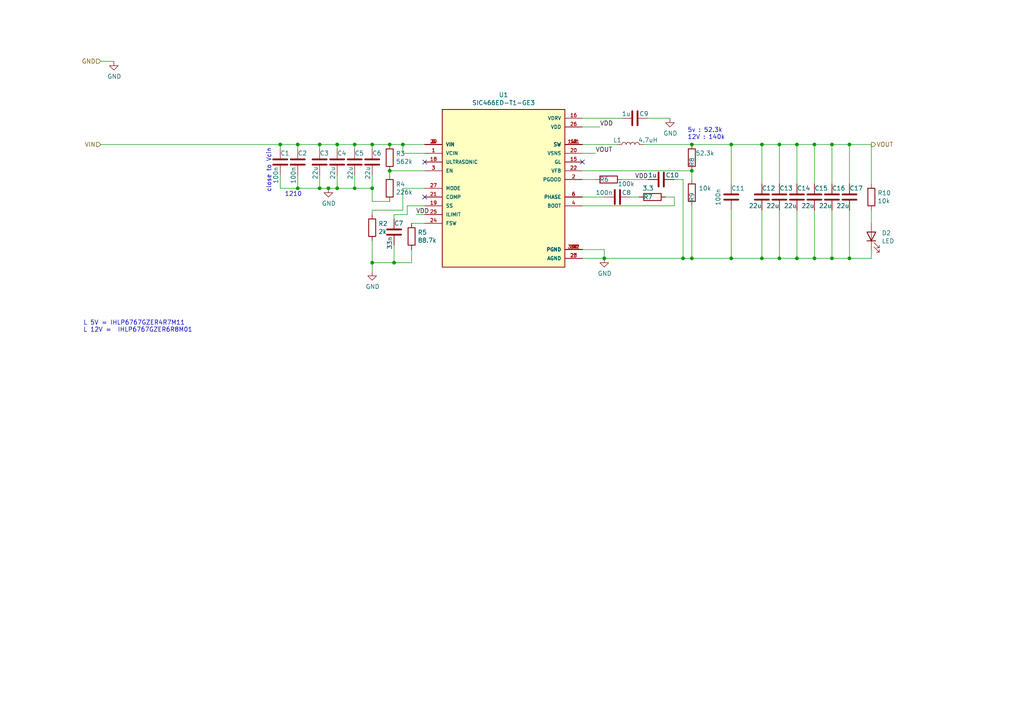
<source format=kicad_sch>
(kicad_sch (version 20211123) (generator eeschema)
  (paper "A4")
  (lib_symbols
    (symbol "Carte_Alim_V5-rescue:SIC461ED-T1-GE3-AREA_composant" (pin_names (offset 1.016))
      (property "Reference" "U" (at -17.78 22.86 0))
      (property "Value" "SIC461ED-T1-GE3-AREA_composant" (at -17.78 -25.4 0))
      (symbol "SIC461ED-T1-GE3-AREA_composant_0_0"
        (rectangle (start -17.78 -22.86) (end 17.78 22.86) (stroke (width 0.254)) (fill (type background)))
        (pin input line (at -22.86 10.16 0) (length 5.08) (name "VCIN") (number "1"))
        (pin power_in line (at 22.86 -17.78 180) (length 5.08) (name "PGND") (number "10"))
        (pin power_in line (at 22.86 -17.78 180) (length 5.08) (name "PGND") (number "11"))
        (pin output line (at 22.86 12.7 180) (length 5.08) (name "SW") (number "12"))
        (pin output line (at 22.86 12.7 180) (length 5.08) (name "SW") (number "13"))
        (pin output line (at 22.86 12.7 180) (length 5.08) (name "SW") (number "14"))
        (pin output line (at 22.86 12.7 180) (length 5.08) (name "SW") (number "14.1"))
        (pin output line (at 22.86 7.62 180) (length 5.08) (name "GL") (number "15"))
        (pin power_in line (at 22.86 20.32 180) (length 5.08) (name "VDRV") (number "16"))
        (pin power_in line (at 22.86 -17.78 180) (length 5.08) (name "PGND") (number "17"))
        (pin input line (at -22.86 7.62 0) (length 5.08) (name "ULTRASONIC") (number "18"))
        (pin passive line (at -22.86 -5.08 0) (length 5.08) (name "SS") (number "19"))
        (pin output line (at 22.86 2.54 180) (length 5.08) (name "PGOOD") (number "2"))
        (pin input line (at 22.86 10.16 180) (length 5.08) (name "VSNS") (number "20"))
        (pin passive line (at -22.86 -2.54 0) (length 5.08) (name "COMP") (number "21"))
        (pin input line (at 22.86 5.08 180) (length 5.08) (name "VFB") (number "22"))
        (pin power_in line (at 22.86 -20.32 180) (length 5.08) (name "AGND") (number "23"))
        (pin passive line (at -22.86 -10.16 0) (length 5.08) (name "FSW") (number "24"))
        (pin passive line (at -22.86 -7.62 0) (length 5.08) (name "ILIMIT") (number "25"))
        (pin power_in line (at 22.86 17.78 180) (length 5.08) (name "VDD") (number "26"))
        (pin input line (at -22.86 0 0) (length 5.08) (name "MODE") (number "27"))
        (pin power_in line (at 22.86 -20.32 180) (length 5.08) (name "AGND") (number "28"))
        (pin input line (at -22.86 12.7 0) (length 5.08) (name "VIN") (number "29"))
        (pin input line (at -22.86 5.08 0) (length 5.08) (name "EN") (number "3"))
        (pin power_in line (at 22.86 -17.78 180) (length 5.08) (name "PGND") (number "30.1"))
        (pin power_in line (at 22.86 -17.78 180) (length 5.08) (name "PGND") (number "30.2"))
        (pin passive line (at 22.86 -5.08 180) (length 5.08) (name "BOOT") (number "4"))
        (pin output line (at 22.86 -2.54 180) (length 5.08) (name "PHASE") (number "5"))
        (pin output line (at 22.86 -2.54 180) (length 5.08) (name "PHASE") (number "6"))
        (pin input line (at -22.86 12.7 0) (length 5.08) (name "VIN") (number "7"))
        (pin input line (at -22.86 12.7 0) (length 5.08) (name "VIN") (number "8"))
        (pin power_in line (at 22.86 -17.78 180) (length 5.08) (name "PGND") (number "9"))
      )
    )
    (symbol "Device:C" (pin_numbers hide) (pin_names (offset 0.254))
      (property "Reference" "C" (at 0.635 2.54 0))
      (property "Value" "C" (at 0.635 -2.54 0))
      (symbol "C_0_1"
        (polyline (pts (xy -2.032 -0.762) (xy 2.032 -0.762)) (stroke (width 0.508)))
        (polyline (pts (xy -2.032 0.762) (xy 2.032 0.762)) (stroke (width 0.508)))
      )
      (symbol "C_1_1"
        (pin passive line (at 0 3.81 270) (length 2.794) (name "~") (number "1"))
        (pin passive line (at 0 -3.81 90) (length 2.794) (name "~") (number "2"))
      )
    )
    (symbol "Device:L" (pin_numbers hide) (pin_names (offset 1.016) hide)
      (property "Reference" "L" (at -1.27 0 90))
      (property "Value" "L" (at 1.905 0 90))
      (symbol "L_0_1"
        (arc (start 0 -2.54) (mid 0.635 -1.905) (end 0 -1.27))
        (arc (start 0 -1.27) (mid 0.635 -0.635) (end 0 0))
        (arc (start 0 0) (mid 0.635 0.635) (end 0 1.27))
        (arc (start 0 1.27) (mid 0.635 1.905) (end 0 2.54))
      )
      (symbol "L_1_1"
        (pin passive line (at 0 3.81 270) (length 1.27) (name "1") (number "1"))
        (pin passive line (at 0 -3.81 90) (length 1.27) (name "2") (number "2"))
      )
    )
    (symbol "Device:LED" (pin_numbers hide) (pin_names (offset 1.016) hide)
      (property "Reference" "D" (at 0 2.54 0))
      (property "Value" "LED" (at 0 -2.54 0))
      (symbol "LED_0_1"
        (polyline (pts (xy -1.27 -1.27) (xy -1.27 1.27)) (stroke (width 0.254)))
        (polyline (pts (xy -1.27 0) (xy 1.27 0)))
        (polyline (pts (xy 1.27 -1.27) (xy 1.27 1.27) (xy -1.27 0) (xy 1.27 -1.27)) (stroke (width 0.254)))
        (polyline (pts (xy -3.048 -0.762) (xy -4.572 -2.286) (xy -3.81 -2.286) (xy -4.572 -2.286) (xy -4.572 -1.524)))
        (polyline (pts (xy -1.778 -0.762) (xy -3.302 -2.286) (xy -2.54 -2.286) (xy -3.302 -2.286) (xy -3.302 -1.524)))
      )
      (symbol "LED_1_1"
        (pin passive line (at -3.81 0 0) (length 2.54) (name "K") (number "1"))
        (pin passive line (at 3.81 0 180) (length 2.54) (name "A") (number "2"))
      )
    )
    (symbol "Device:R" (pin_numbers hide) (pin_names (offset 0))
      (property "Reference" "R" (at 2.032 0 90))
      (property "Value" "R" (at 0 0 90))
      (symbol "R_0_1"
        (rectangle (start -1.016 -2.54) (end 1.016 2.54) (stroke (width 0.254)))
      )
      (symbol "R_1_1"
        (pin passive line (at 0 3.81 270) (length 1.27) (name "~") (number "1"))
        (pin passive line (at 0 -3.81 90) (length 1.27) (name "~") (number "2"))
      )
    )
    (symbol "power:GND" (power) (pin_names (offset 0))
      (property "Value" "GND" (at 0 -3.81 0))
      (symbol "GND_0_1"
        (polyline (pts (xy 0 0) (xy 0 -1.27) (xy 1.27 -1.27) (xy 0 -2.54) (xy -1.27 -1.27) (xy 0 -1.27)))
      )
      (symbol "GND_1_1"
        (pin power_in line (at 0 0 270) (length 0) hide (name "GND") (number "1"))
      )
    )
  )
  (junction (at 97.79 41.91))
  (junction (at 246.38 41.91))
  (junction (at 86.36 54.61))
  (junction (at 220.98 41.91))
  (junction (at 236.22 41.91))
  (junction (at 116.84 41.91))
  (junction (at 102.87 41.91))
  (junction (at 200.66 49.53))
  (junction (at 236.22 74.93))
  (junction (at 226.06 41.91))
  (junction (at 92.71 41.91))
  (junction (at 113.03 41.91))
  (junction (at 200.66 41.91))
  (junction (at 95.25 54.61))
  (junction (at 226.06 74.93))
  (junction (at 212.09 74.93))
  (junction (at 175.26 74.93))
  (junction (at 107.95 76.2))
  (junction (at 92.71 54.61))
  (junction (at 107.95 41.91))
  (junction (at 220.98 74.93))
  (junction (at 198.12 74.93))
  (junction (at 102.87 54.61))
  (junction (at 241.3 41.91))
  (junction (at 231.14 41.91))
  (junction (at 107.95 54.61))
  (junction (at 114.3 76.2))
  (junction (at 241.3 74.93))
  (junction (at 246.38 74.93))
  (junction (at 81.28 41.91))
  (junction (at 200.66 74.93))
  (junction (at 231.14 74.93))
  (junction (at 113.03 49.53))
  (junction (at 97.79 54.61))
  (junction (at 86.36 41.91))
  (junction (at 212.09 41.91))
  (no_connect (at 168.91 46.99))
  (no_connect (at 123.19 57.15))
  (no_connect (at 123.19 46.99))
  (wire (pts (xy 220.98 53.34) (xy 220.98 41.91)))
  (wire (pts (xy 86.36 54.61) (xy 92.71 54.61)))
  (wire (pts (xy 198.12 52.07) (xy 198.12 74.93)))
  (wire (pts (xy 236.22 74.93) (xy 241.3 74.93)))
  (wire (pts (xy 226.06 74.93) (xy 231.14 74.93)))
  (wire (pts (xy 193.04 57.15) (xy 195.58 57.15)))
  (wire (pts (xy 102.87 50.8) (xy 102.87 54.61)))
  (wire (pts (xy 252.73 72.39) (xy 252.73 74.93)))
  (wire (pts (xy 212.09 53.34) (xy 212.09 41.91)))
  (wire (pts (xy 241.3 60.96) (xy 241.3 74.93)))
  (wire (pts (xy 186.69 41.91) (xy 200.66 41.91)))
  (wire (pts (xy 92.71 41.91) (xy 97.79 41.91)))
  (wire (pts (xy 118.11 62.23) (xy 114.3 62.23)))
  (wire (pts (xy 168.91 72.39) (xy 175.26 72.39)))
  (wire (pts (xy 246.38 60.96) (xy 246.38 74.93)))
  (wire (pts (xy 107.95 54.61) (xy 107.95 58.42)))
  (wire (pts (xy 107.95 58.42) (xy 113.03 58.42)))
  (wire (pts (xy 116.84 44.45) (xy 123.19 44.45)))
  (wire (pts (xy 92.71 50.8) (xy 92.71 54.61)))
  (wire (pts (xy 236.22 41.91) (xy 236.22 53.34)))
  (wire (pts (xy 195.58 52.07) (xy 198.12 52.07)))
  (wire (pts (xy 236.22 41.91) (xy 241.3 41.91)))
  (wire (pts (xy 252.73 60.96) (xy 252.73 64.77)))
  (wire (pts (xy 212.09 60.96) (xy 212.09 74.93)))
  (wire (pts (xy 29.21 41.91) (xy 81.28 41.91)))
  (wire (pts (xy 231.14 74.93) (xy 236.22 74.93)))
  (wire (pts (xy 220.98 74.93) (xy 226.06 74.93)))
  (wire (pts (xy 113.03 49.53) (xy 113.03 50.8)))
  (wire (pts (xy 200.66 74.93) (xy 212.09 74.93)))
  (wire (pts (xy 212.09 74.93) (xy 220.98 74.93)))
  (wire (pts (xy 123.19 54.61) (xy 116.84 54.61)))
  (wire (pts (xy 195.58 57.15) (xy 195.58 59.69)))
  (wire (pts (xy 195.58 59.69) (xy 168.91 59.69)))
  (wire (pts (xy 236.22 60.96) (xy 236.22 74.93)))
  (wire (pts (xy 231.14 41.91) (xy 231.14 53.34)))
  (wire (pts (xy 97.79 41.91) (xy 102.87 41.91)))
  (wire (pts (xy 92.71 54.61) (xy 95.25 54.61)))
  (wire (pts (xy 231.14 60.96) (xy 231.14 74.93)))
  (wire (pts (xy 200.66 41.91) (xy 212.09 41.91)))
  (wire (pts (xy 168.91 49.53) (xy 200.66 49.53)))
  (wire (pts (xy 212.09 41.91) (xy 220.98 41.91)))
  (wire (pts (xy 226.06 41.91) (xy 231.14 41.91)))
  (wire (pts (xy 81.28 50.8) (xy 81.28 54.61)))
  (wire (pts (xy 241.3 41.91) (xy 241.3 53.34)))
  (wire (pts (xy 220.98 60.96) (xy 220.98 74.93)))
  (wire (pts (xy 182.88 57.15) (xy 185.42 57.15)))
  (wire (pts (xy 175.26 72.39) (xy 175.26 74.93)))
  (wire (pts (xy 107.95 43.18) (xy 107.95 41.91)))
  (wire (pts (xy 86.36 41.91) (xy 86.36 43.18)))
  (wire (pts (xy 200.66 49.53) (xy 200.66 52.07)))
  (wire (pts (xy 95.25 54.61) (xy 97.79 54.61)))
  (wire (pts (xy 81.28 41.91) (xy 86.36 41.91)))
  (wire (pts (xy 114.3 76.2) (xy 119.38 76.2)))
  (wire (pts (xy 198.12 74.93) (xy 200.66 74.93)))
  (wire (pts (xy 231.14 41.91) (xy 236.22 41.91)))
  (wire (pts (xy 168.91 41.91) (xy 179.07 41.91)))
  (wire (pts (xy 252.73 53.34) (xy 252.73 41.91)))
  (wire (pts (xy 107.95 41.91) (xy 113.03 41.91)))
  (wire (pts (xy 102.87 43.18) (xy 102.87 41.91)))
  (wire (pts (xy 241.3 41.91) (xy 246.38 41.91)))
  (wire (pts (xy 119.38 76.2) (xy 119.38 72.39)))
  (wire (pts (xy 168.91 44.45) (xy 172.72 44.45)))
  (wire (pts (xy 114.3 71.12) (xy 114.3 76.2)))
  (wire (pts (xy 180.34 52.07) (xy 187.96 52.07)))
  (wire (pts (xy 116.84 60.96) (xy 107.95 60.96)))
  (wire (pts (xy 97.79 54.61) (xy 102.87 54.61)))
  (wire (pts (xy 107.95 69.85) (xy 107.95 76.2)))
  (wire (pts (xy 107.95 76.2) (xy 107.95 78.74)))
  (wire (pts (xy 168.91 36.83) (xy 173.99 36.83)))
  (wire (pts (xy 175.26 74.93) (xy 168.91 74.93)))
  (wire (pts (xy 86.36 50.8) (xy 86.36 54.61)))
  (wire (pts (xy 102.87 41.91) (xy 107.95 41.91)))
  (wire (pts (xy 220.98 41.91) (xy 226.06 41.91)))
  (wire (pts (xy 102.87 54.61) (xy 107.95 54.61)))
  (wire (pts (xy 200.66 59.69) (xy 200.66 74.93)))
  (wire (pts (xy 116.84 41.91) (xy 123.19 41.91)))
  (wire (pts (xy 81.28 41.91) (xy 81.28 43.18)))
  (wire (pts (xy 246.38 41.91) (xy 252.73 41.91)))
  (wire (pts (xy 113.03 49.53) (xy 123.19 49.53)))
  (wire (pts (xy 97.79 43.18) (xy 97.79 41.91)))
  (wire (pts (xy 226.06 60.96) (xy 226.06 74.93)))
  (wire (pts (xy 97.79 50.8) (xy 97.79 54.61)))
  (wire (pts (xy 114.3 76.2) (xy 107.95 76.2)))
  (wire (pts (xy 168.91 52.07) (xy 172.72 52.07)))
  (wire (pts (xy 81.28 54.61) (xy 86.36 54.61)))
  (wire (pts (xy 107.95 60.96) (xy 107.95 62.23)))
  (wire (pts (xy 168.91 34.29) (xy 180.34 34.29)))
  (wire (pts (xy 252.73 74.93) (xy 246.38 74.93)))
  (wire (pts (xy 168.91 57.15) (xy 175.26 57.15)))
  (wire (pts (xy 175.26 74.93) (xy 198.12 74.93)))
  (wire (pts (xy 107.95 54.61) (xy 107.95 50.8)))
  (wire (pts (xy 119.38 64.77) (xy 123.19 64.77)))
  (wire (pts (xy 246.38 41.91) (xy 246.38 53.34)))
  (wire (pts (xy 86.36 41.91) (xy 92.71 41.91)))
  (wire (pts (xy 226.06 41.91) (xy 226.06 53.34)))
  (wire (pts (xy 113.03 41.91) (xy 116.84 41.91)))
  (wire (pts (xy 92.71 43.18) (xy 92.71 41.91)))
  (wire (pts (xy 116.84 44.45) (xy 116.84 41.91)))
  (wire (pts (xy 123.19 62.23) (xy 120.65 62.23)))
  (wire (pts (xy 116.84 54.61) (xy 116.84 60.96)))
  (wire (pts (xy 29.21 17.78) (xy 33.02 17.78)))
  (wire (pts (xy 114.3 62.23) (xy 114.3 63.5)))
  (wire (pts (xy 123.19 59.69) (xy 118.11 59.69)))
  (wire (pts (xy 241.3 74.93) (xy 246.38 74.93)))
  (wire (pts (xy 187.96 34.29) (xy 194.31 34.29)))
  (wire (pts (xy 118.11 59.69) (xy 118.11 62.23)))
  (text "close to Vcin" (at 78.74 55.88 90) (effects (font (size 1.27 1.27)) (justify left bottom)))
  (text "1210\n" (at 82.55 57.15 0) (effects (font (size 1.27 1.27)) (justify left bottom)))
  (text "L 5V = IHLP6767GZER4R7M11\nL 12V =  IHLP6767GZER6R8M01 " (at 24.13 96.52 0) (effects (font (size 1.27 1.27)) (justify left bottom)))
  (text "5v : 52.3k\n12V : 140k" (at 199.39 40.64 0) (effects (font (size 1.27 1.27)) (justify left bottom)))
  (label "VOUT" (at 172.72 44.45 0))
  (label "VDD" (at 173.99 36.83 0))
  (label "VDD" (at 120.65 62.23 0))
  (label "VDD" (at 184.15 52.07 0))
  (hierarchical_label "VIN" (shape input) (at 29.21 41.91 180))
  (hierarchical_label "GND" (shape input) (at 29.21 17.78 180))
  (hierarchical_label "VOUT" (shape output) (at 252.73 41.91 0))
  (symbol (lib_id "Device:C") (at 231.14 57.15 0)
    (property "Reference" "C14" (at 231.14 54.61 0) (effects (justify left)))
    (property "Value" "22u" (at 227.33 59.69 0) (effects (justify left)))
    (property "Footprint" "Capacitor_SMD:C_1210_3225Metric_Pad1.33x2.70mm_HandSolder" (effects hide))
  )
  (symbol (lib_id "power:GND") (at 175.26 74.93 0)
    (property "Reference" "#PWR089" (effects hide))
    (property "Value" "GND" (at 175.387 79.3242 0))
  )
  (symbol (lib_id "Carte_Alim_V5-rescue:SIC461ED-T1-GE3-AREA_composant") (at 146.05 54.61 0)
    (property "Reference" "U1" (at 146.05 27.5082 0))
    (property "Value" "SIC466ED-T1-GE3" (at 146.05 29.8196 0))
    (property "Footprint" "AREA_lib_composant:SIC463EDT1GE3" (effects hide))
    (property "STANDARD" "Manufacturer Recommendations" (effects hide))
    (property "MANUFACTURER" "VISHAY" (effects hide))
    (property "PARTREV" "M" (effects hide))
  )
  (symbol (lib_id "Device:C") (at 246.38 57.15 0)
    (property "Reference" "C17" (at 246.38 54.61 0) (effects (justify left)))
    (property "Value" "22u" (at 242.57 59.69 0) (effects (justify left)))
    (property "Footprint" "Capacitor_SMD:C_1210_3225Metric_Pad1.33x2.70mm_HandSolder" (effects hide))
  )
  (symbol (lib_id "Device:C") (at 97.79 46.99 0)
    (property "Reference" "C4" (at 97.79 44.45 0) (effects (justify left)))
    (property "Value" "22u" (at 96.52 52.07 90) (effects (justify left)))
    (property "Footprint" "Capacitor_SMD:C_1210_3225Metric_Pad1.33x2.70mm_HandSolder" (effects hide))
  )
  (symbol (lib_id "Device:C") (at 86.36 46.99 0)
    (property "Reference" "C2" (at 86.36 44.45 0) (effects (justify left)))
    (property "Value" "100n" (at 85.09 53.34 90) (effects (justify left)))
    (property "Footprint" "Capacitor_SMD:C_0805_2012Metric_Pad1.18x1.45mm_HandSolder" (effects hide))
  )
  (symbol (lib_id "Device:C") (at 107.95 46.99 0)
    (property "Reference" "C6" (at 107.95 44.45 0) (effects (justify left)))
    (property "Value" "22u" (at 106.68 52.07 90) (effects (justify left)))
    (property "Footprint" "Capacitor_SMD:C_1210_3225Metric_Pad1.33x2.70mm_HandSolder" (effects hide))
  )
  (symbol (lib_id "Device:C") (at 241.3 57.15 0)
    (property "Reference" "C16" (at 241.3 54.61 0) (effects (justify left)))
    (property "Value" "22u" (at 237.49 59.69 0) (effects (justify left)))
    (property "Footprint" "Capacitor_SMD:C_1210_3225Metric_Pad1.33x2.70mm_HandSolder" (effects hide))
  )
  (symbol (lib_id "Device:R") (at 200.66 55.88 180)
    (property "Reference" "R9" (at 200.66 57.15 90))
    (property "Value" "10k" (at 204.47 54.61 0))
    (property "Footprint" "Resistor_SMD:R_0603_1608Metric_Pad0.98x0.95mm_HandSolder" (effects hide))
  )
  (symbol (lib_id "Device:R") (at 113.03 54.61 0)
    (property "Reference" "R4" (at 114.808 53.4416 0) (effects (justify left)))
    (property "Value" "226k" (at 114.808 55.753 0) (effects (justify left)))
    (property "Footprint" "Resistor_SMD:R_0603_1608Metric_Pad0.98x0.95mm_HandSolder" (effects hide))
  )
  (symbol (lib_id "Device:R") (at 189.23 57.15 270)
    (property "Reference" "R7" (at 187.96 57.15 90))
    (property "Value" "3.3" (at 187.96 54.61 90))
    (property "Footprint" "Resistor_SMD:R_0603_1608Metric_Pad0.98x0.95mm_HandSolder" (effects hide))
  )
  (symbol (lib_id "Device:C") (at 81.28 46.99 0)
    (property "Reference" "C1" (at 81.28 44.45 0) (effects (justify left)))
    (property "Value" "100n" (at 80.01 53.34 90) (effects (justify left)))
    (property "Footprint" "Capacitor_SMD:C_0805_2012Metric_Pad1.18x1.45mm_HandSolder" (effects hide))
  )
  (symbol (lib_id "Device:L") (at 182.88 41.91 90)
    (property "Reference" "L1" (at 179.07 40.64 90))
    (property "Value" "4.7uH" (at 187.96 40.64 90))
    (property "Footprint" "Inductor_SMD:L_Vishay_IHLP-6767" (effects hide))
  )
  (symbol (lib_id "Device:R") (at 119.38 68.58 0)
    (property "Reference" "R5" (at 121.158 67.4116 0) (effects (justify left)))
    (property "Value" "88.7k" (at 121.158 69.723 0) (effects (justify left)))
    (property "Footprint" "Resistor_SMD:R_0603_1608Metric_Pad0.98x0.95mm_HandSolder" (effects hide))
  )
  (symbol (lib_id "power:GND") (at 33.02 17.78 0)
    (property "Reference" "#PWR085" (effects hide))
    (property "Value" "GND" (at 33.147 22.1742 0))
  )
  (symbol (lib_id "Device:C") (at 92.71 46.99 0)
    (property "Reference" "C3" (at 92.71 44.45 0) (effects (justify left)))
    (property "Value" "22u" (at 91.44 52.07 90) (effects (justify left)))
    (property "Footprint" "Capacitor_SMD:C_1210_3225Metric_Pad1.33x2.70mm_HandSolder" (effects hide))
  )
  (symbol (lib_id "Device:C") (at 191.77 52.07 270)
    (property "Reference" "C10" (at 193.04 50.8 90) (effects (justify left)))
    (property "Value" "1u" (at 187.96 50.8 90) (effects (justify left)))
    (property "Footprint" "Capacitor_SMD:C_0805_2012Metric_Pad1.18x1.45mm_HandSolder" (effects hide))
  )
  (symbol (lib_id "Device:R") (at 107.95 66.04 0)
    (property "Reference" "R2" (at 109.728 64.8716 0) (effects (justify left)))
    (property "Value" "2k" (at 109.728 67.183 0) (effects (justify left)))
    (property "Footprint" "Resistor_SMD:R_0603_1608Metric_Pad0.98x0.95mm_HandSolder" (effects hide))
  )
  (symbol (lib_id "Device:R") (at 113.03 45.72 0)
    (property "Reference" "R3" (at 114.808 44.5516 0) (effects (justify left)))
    (property "Value" "562k" (at 114.808 46.863 0) (effects (justify left)))
    (property "Footprint" "Resistor_SMD:R_0603_1608Metric_Pad0.98x0.95mm_HandSolder" (effects hide))
  )
  (symbol (lib_id "Device:R") (at 252.73 57.15 0)
    (property "Reference" "R10" (at 254.508 55.9816 0) (effects (justify left)))
    (property "Value" "10k" (at 254.508 58.293 0) (effects (justify left)))
    (property "Footprint" "Resistor_SMD:R_0603_1608Metric_Pad0.98x0.95mm_HandSolder" (effects hide))
  )
  (symbol (lib_id "Device:C") (at 179.07 57.15 270)
    (property "Reference" "C8" (at 180.34 55.88 90) (effects (justify left)))
    (property "Value" "100n" (at 172.72 55.88 90) (effects (justify left)))
    (property "Footprint" "Capacitor_SMD:C_0805_2012Metric_Pad1.18x1.45mm_HandSolder" (effects hide))
  )
  (symbol (lib_id "power:GND") (at 107.95 78.74 0)
    (property "Reference" "#PWR088" (effects hide))
    (property "Value" "GND" (at 108.077 83.1342 0))
  )
  (symbol (lib_id "Device:C") (at 212.09 57.15 0)
    (property "Reference" "C11" (at 212.09 54.61 0) (effects (justify left)))
    (property "Value" "100n" (at 208.28 59.69 90) (effects (justify left)))
    (property "Footprint" "Capacitor_SMD:C_0805_2012Metric_Pad1.18x1.45mm_HandSolder" (effects hide))
  )
  (symbol (lib_id "Device:R") (at 200.66 45.72 180)
    (property "Reference" "R8" (at 200.66 46.99 90))
    (property "Value" "52.3k" (at 204.47 44.45 0))
    (property "Footprint" "Resistor_SMD:R_0603_1608Metric_Pad0.98x0.95mm_HandSolder" (effects hide))
  )
  (symbol (lib_id "Device:C") (at 102.87 46.99 0)
    (property "Reference" "C5" (at 102.87 44.45 0) (effects (justify left)))
    (property "Value" "22u" (at 101.6 52.07 90) (effects (justify left)))
    (property "Footprint" "Capacitor_SMD:C_1210_3225Metric_Pad1.33x2.70mm_HandSolder" (effects hide))
  )
  (symbol (lib_id "Device:C") (at 220.98 57.15 0)
    (property "Reference" "C12" (at 220.98 54.61 0) (effects (justify left)))
    (property "Value" "22u" (at 217.17 59.69 0) (effects (justify left)))
    (property "Footprint" "Capacitor_SMD:C_1210_3225Metric_Pad1.33x2.70mm_HandSolder" (effects hide))
  )
  (symbol (lib_id "Device:C") (at 184.15 34.29 270)
    (property "Reference" "C9" (at 185.42 33.02 90) (effects (justify left)))
    (property "Value" "1u" (at 180.34 33.02 90) (effects (justify left)))
    (property "Footprint" "Capacitor_SMD:C_0805_2012Metric_Pad1.18x1.45mm_HandSolder" (effects hide))
  )
  (symbol (lib_id "Device:R") (at 176.53 52.07 270)
    (property "Reference" "R6" (at 175.26 52.07 90))
    (property "Value" "100k" (at 181.61 53.34 90))
    (property "Footprint" "Resistor_SMD:R_0603_1608Metric_Pad0.98x0.95mm_HandSolder" (effects hide))
  )
  (symbol (lib_id "Device:C") (at 226.06 57.15 0)
    (property "Reference" "C13" (at 226.06 54.61 0) (effects (justify left)))
    (property "Value" "22u" (at 222.25 59.69 0) (effects (justify left)))
    (property "Footprint" "Capacitor_SMD:C_1210_3225Metric_Pad1.33x2.70mm_HandSolder" (effects hide))
  )
  (symbol (lib_id "power:GND") (at 194.31 34.29 0)
    (property "Reference" "#PWR090" (effects hide))
    (property "Value" "GND" (at 194.437 38.6842 0))
  )
  (symbol (lib_id "Device:C") (at 236.22 57.15 0)
    (property "Reference" "C15" (at 236.22 54.61 0) (effects (justify left)))
    (property "Value" "22u" (at 232.41 59.69 0) (effects (justify left)))
    (property "Footprint" "Capacitor_SMD:C_1210_3225Metric_Pad1.33x2.70mm_HandSolder" (effects hide))
  )
  (symbol (lib_id "Device:C") (at 114.3 67.31 0)
    (property "Reference" "C7" (at 114.3 64.77 0) (effects (justify left)))
    (property "Value" "33n" (at 113.03 72.39 90) (effects (justify left)))
    (property "Footprint" "Capacitor_SMD:C_0805_2012Metric_Pad1.18x1.45mm_HandSolder" (effects hide))
  )
  (symbol (lib_id "Device:LED") (at 252.73 68.58 90)
    (property "Reference" "D2" (at 255.7272 67.5894 90) (effects (justify right)))
    (property "Value" "LED" (at 255.7272 69.9008 90) (effects (justify right)))
    (property "Footprint" "LED_SMD:LED_0805_2012Metric_Pad1.15x1.40mm_HandSolder" (effects hide))
  )
  (symbol (lib_id "power:GND") (at 95.25 54.61 0)
    (property "Reference" "#PWR087" (effects hide))
    (property "Value" "GND" (at 95.377 59.0042 0))
  )
)
</source>
